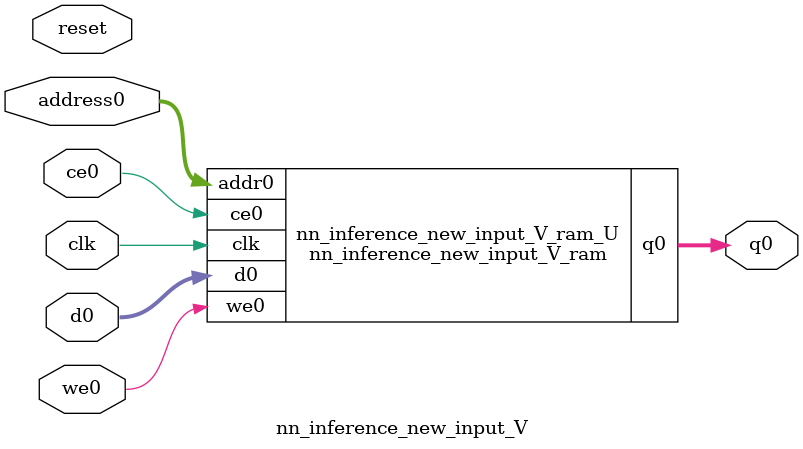
<source format=v>
`timescale 1 ns / 1 ps
module nn_inference_new_input_V_ram (addr0, ce0, d0, we0, q0,  clk);

parameter DWIDTH = 32;
parameter AWIDTH = 8;
parameter MEM_SIZE = 225;

input[AWIDTH-1:0] addr0;
input ce0;
input[DWIDTH-1:0] d0;
input we0;
output reg[DWIDTH-1:0] q0;
input clk;

reg [DWIDTH-1:0] ram[0:MEM_SIZE-1];




always @(posedge clk)  
begin 
    if (ce0) begin
        if (we0) 
            ram[addr0] <= d0; 
        q0 <= ram[addr0];
    end
end


endmodule

`timescale 1 ns / 1 ps
module nn_inference_new_input_V(
    reset,
    clk,
    address0,
    ce0,
    we0,
    d0,
    q0);

parameter DataWidth = 32'd32;
parameter AddressRange = 32'd225;
parameter AddressWidth = 32'd8;
input reset;
input clk;
input[AddressWidth - 1:0] address0;
input ce0;
input we0;
input[DataWidth - 1:0] d0;
output[DataWidth - 1:0] q0;



nn_inference_new_input_V_ram nn_inference_new_input_V_ram_U(
    .clk( clk ),
    .addr0( address0 ),
    .ce0( ce0 ),
    .we0( we0 ),
    .d0( d0 ),
    .q0( q0 ));

endmodule


</source>
